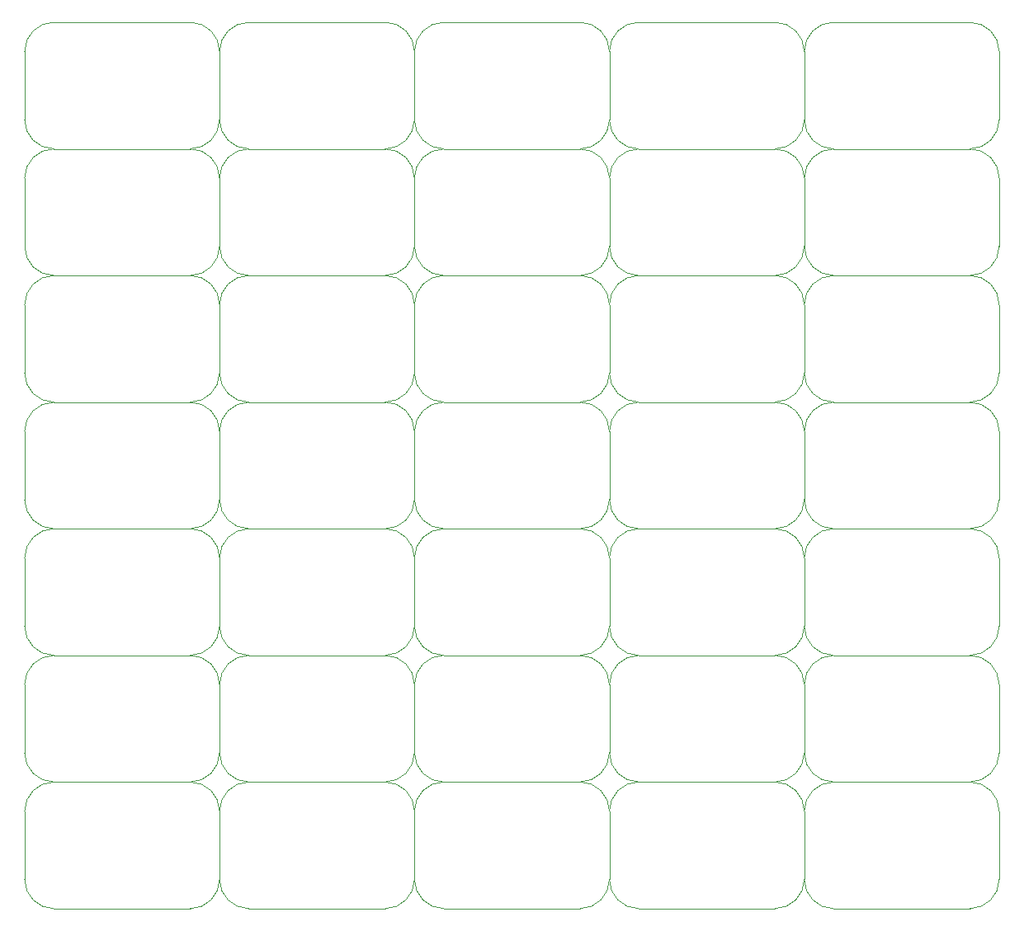
<source format=gbr>
G04 #@! TF.GenerationSoftware,KiCad,Pcbnew,(5.1.0-0)*
G04 #@! TF.CreationDate,2019-05-13T15:47:01-05:00*
G04 #@! TF.ProjectId,splitflap-hall-pcb,73706c69-7466-46c6-9170-2d68616c6c2d,rev?*
G04 #@! TF.SameCoordinates,Original*
G04 #@! TF.FileFunction,Profile,NP*
%FSLAX46Y46*%
G04 Gerber Fmt 4.6, Leading zero omitted, Abs format (unit mm)*
G04 Created by KiCad (PCBNEW (5.1.0-0)) date 2019-05-13 15:47:01*
%MOMM*%
%LPD*%
G04 APERTURE LIST*
%ADD10C,0.050000*%
G04 APERTURE END LIST*
D10*
X157000000Y-168000000D02*
X157000000Y-161000000D01*
X137000000Y-168000000D02*
X137000000Y-161000000D01*
X117000000Y-168000000D02*
X117000000Y-161000000D01*
X97000000Y-168000000D02*
X97000000Y-161000000D01*
X77000000Y-168000000D02*
X77000000Y-161000000D01*
X157000000Y-155000000D02*
X157000000Y-148000000D01*
X137000000Y-155000000D02*
X137000000Y-148000000D01*
X117000000Y-155000000D02*
X117000000Y-148000000D01*
X97000000Y-155000000D02*
X97000000Y-148000000D01*
X77000000Y-155000000D02*
X77000000Y-148000000D01*
X157000000Y-142000000D02*
X157000000Y-135000000D01*
X137000000Y-142000000D02*
X137000000Y-135000000D01*
X117000000Y-142000000D02*
X117000000Y-135000000D01*
X97000000Y-142000000D02*
X97000000Y-135000000D01*
X77000000Y-142000000D02*
X77000000Y-135000000D01*
X157000000Y-129000000D02*
X157000000Y-122000000D01*
X137000000Y-129000000D02*
X137000000Y-122000000D01*
X117000000Y-129000000D02*
X117000000Y-122000000D01*
X97000000Y-129000000D02*
X97000000Y-122000000D01*
X77000000Y-129000000D02*
X77000000Y-122000000D01*
X157000000Y-116000000D02*
X157000000Y-109000000D01*
X137000000Y-116000000D02*
X137000000Y-109000000D01*
X117000000Y-116000000D02*
X117000000Y-109000000D01*
X97000000Y-116000000D02*
X97000000Y-109000000D01*
X77000000Y-116000000D02*
X77000000Y-109000000D01*
X157000000Y-103000000D02*
X157000000Y-96000000D01*
X137000000Y-103000000D02*
X137000000Y-96000000D01*
X117000000Y-103000000D02*
X117000000Y-96000000D01*
X97000000Y-103000000D02*
X97000000Y-96000000D01*
X77000000Y-103000000D02*
X77000000Y-96000000D01*
X157000000Y-90000000D02*
X157000000Y-83000000D01*
X137000000Y-90000000D02*
X137000000Y-83000000D01*
X117000000Y-90000000D02*
X117000000Y-83000000D01*
X97000000Y-90000000D02*
X97000000Y-83000000D01*
X160000000Y-158000000D02*
X174000000Y-158000000D01*
X140000000Y-158000000D02*
X154000000Y-158000000D01*
X120000000Y-158000000D02*
X134000000Y-158000000D01*
X100000000Y-158000000D02*
X114000000Y-158000000D01*
X80000000Y-158000000D02*
X94000000Y-158000000D01*
X160000000Y-145000000D02*
X174000000Y-145000000D01*
X140000000Y-145000000D02*
X154000000Y-145000000D01*
X120000000Y-145000000D02*
X134000000Y-145000000D01*
X100000000Y-145000000D02*
X114000000Y-145000000D01*
X80000000Y-145000000D02*
X94000000Y-145000000D01*
X160000000Y-132000000D02*
X174000000Y-132000000D01*
X140000000Y-132000000D02*
X154000000Y-132000000D01*
X120000000Y-132000000D02*
X134000000Y-132000000D01*
X100000000Y-132000000D02*
X114000000Y-132000000D01*
X80000000Y-132000000D02*
X94000000Y-132000000D01*
X160000000Y-119000000D02*
X174000000Y-119000000D01*
X140000000Y-119000000D02*
X154000000Y-119000000D01*
X120000000Y-119000000D02*
X134000000Y-119000000D01*
X100000000Y-119000000D02*
X114000000Y-119000000D01*
X80000000Y-119000000D02*
X94000000Y-119000000D01*
X160000000Y-106000000D02*
X174000000Y-106000000D01*
X140000000Y-106000000D02*
X154000000Y-106000000D01*
X120000000Y-106000000D02*
X134000000Y-106000000D01*
X100000000Y-106000000D02*
X114000000Y-106000000D01*
X80000000Y-106000000D02*
X94000000Y-106000000D01*
X160000000Y-93000000D02*
X174000000Y-93000000D01*
X140000000Y-93000000D02*
X154000000Y-93000000D01*
X120000000Y-93000000D02*
X134000000Y-93000000D01*
X100000000Y-93000000D02*
X114000000Y-93000000D01*
X80000000Y-93000000D02*
X94000000Y-93000000D01*
X160000000Y-80000000D02*
X174000000Y-80000000D01*
X140000000Y-80000000D02*
X154000000Y-80000000D01*
X120000000Y-80000000D02*
X134000000Y-80000000D01*
X100000000Y-80000000D02*
X114000000Y-80000000D01*
X174000000Y-171000000D02*
X160000000Y-171000000D01*
X154000000Y-171000000D02*
X140000000Y-171000000D01*
X134000000Y-171000000D02*
X120000000Y-171000000D01*
X114000000Y-171000000D02*
X100000000Y-171000000D01*
X94000000Y-171000000D02*
X80000000Y-171000000D01*
X174000000Y-158000000D02*
X160000000Y-158000000D01*
X154000000Y-158000000D02*
X140000000Y-158000000D01*
X134000000Y-158000000D02*
X120000000Y-158000000D01*
X114000000Y-158000000D02*
X100000000Y-158000000D01*
X94000000Y-158000000D02*
X80000000Y-158000000D01*
X174000000Y-145000000D02*
X160000000Y-145000000D01*
X154000000Y-145000000D02*
X140000000Y-145000000D01*
X134000000Y-145000000D02*
X120000000Y-145000000D01*
X114000000Y-145000000D02*
X100000000Y-145000000D01*
X94000000Y-145000000D02*
X80000000Y-145000000D01*
X174000000Y-132000000D02*
X160000000Y-132000000D01*
X154000000Y-132000000D02*
X140000000Y-132000000D01*
X134000000Y-132000000D02*
X120000000Y-132000000D01*
X114000000Y-132000000D02*
X100000000Y-132000000D01*
X94000000Y-132000000D02*
X80000000Y-132000000D01*
X174000000Y-119000000D02*
X160000000Y-119000000D01*
X154000000Y-119000000D02*
X140000000Y-119000000D01*
X134000000Y-119000000D02*
X120000000Y-119000000D01*
X114000000Y-119000000D02*
X100000000Y-119000000D01*
X94000000Y-119000000D02*
X80000000Y-119000000D01*
X174000000Y-106000000D02*
X160000000Y-106000000D01*
X154000000Y-106000000D02*
X140000000Y-106000000D01*
X134000000Y-106000000D02*
X120000000Y-106000000D01*
X114000000Y-106000000D02*
X100000000Y-106000000D01*
X94000000Y-106000000D02*
X80000000Y-106000000D01*
X174000000Y-93000000D02*
X160000000Y-93000000D01*
X154000000Y-93000000D02*
X140000000Y-93000000D01*
X134000000Y-93000000D02*
X120000000Y-93000000D01*
X114000000Y-93000000D02*
X100000000Y-93000000D01*
X177000000Y-168000000D02*
X177000000Y-161000000D01*
X157000000Y-168000000D02*
X157000000Y-161000000D01*
X137000000Y-168000000D02*
X137000000Y-161000000D01*
X117000000Y-168000000D02*
X117000000Y-161000000D01*
X97000000Y-168000000D02*
X97000000Y-161000000D01*
X177000000Y-155000000D02*
X177000000Y-148000000D01*
X157000000Y-155000000D02*
X157000000Y-148000000D01*
X137000000Y-155000000D02*
X137000000Y-148000000D01*
X117000000Y-155000000D02*
X117000000Y-148000000D01*
X97000000Y-155000000D02*
X97000000Y-148000000D01*
X177000000Y-142000000D02*
X177000000Y-135000000D01*
X157000000Y-142000000D02*
X157000000Y-135000000D01*
X137000000Y-142000000D02*
X137000000Y-135000000D01*
X117000000Y-142000000D02*
X117000000Y-135000000D01*
X97000000Y-142000000D02*
X97000000Y-135000000D01*
X177000000Y-129000000D02*
X177000000Y-122000000D01*
X157000000Y-129000000D02*
X157000000Y-122000000D01*
X137000000Y-129000000D02*
X137000000Y-122000000D01*
X117000000Y-129000000D02*
X117000000Y-122000000D01*
X97000000Y-129000000D02*
X97000000Y-122000000D01*
X177000000Y-116000000D02*
X177000000Y-109000000D01*
X157000000Y-116000000D02*
X157000000Y-109000000D01*
X137000000Y-116000000D02*
X137000000Y-109000000D01*
X117000000Y-116000000D02*
X117000000Y-109000000D01*
X97000000Y-116000000D02*
X97000000Y-109000000D01*
X177000000Y-103000000D02*
X177000000Y-96000000D01*
X157000000Y-103000000D02*
X157000000Y-96000000D01*
X137000000Y-103000000D02*
X137000000Y-96000000D01*
X117000000Y-103000000D02*
X117000000Y-96000000D01*
X97000000Y-103000000D02*
X97000000Y-96000000D01*
X177000000Y-90000000D02*
X177000000Y-83000000D01*
X157000000Y-90000000D02*
X157000000Y-83000000D01*
X137000000Y-90000000D02*
X137000000Y-83000000D01*
X117000000Y-90000000D02*
X117000000Y-83000000D01*
X160000000Y-158000000D02*
G75*
G03X157000000Y-161000000I0J-3000000D01*
G01*
X140000000Y-158000000D02*
G75*
G03X137000000Y-161000000I0J-3000000D01*
G01*
X120000000Y-158000000D02*
G75*
G03X117000000Y-161000000I0J-3000000D01*
G01*
X100000000Y-158000000D02*
G75*
G03X97000000Y-161000000I0J-3000000D01*
G01*
X80000000Y-158000000D02*
G75*
G03X77000000Y-161000000I0J-3000000D01*
G01*
X160000000Y-145000000D02*
G75*
G03X157000000Y-148000000I0J-3000000D01*
G01*
X140000000Y-145000000D02*
G75*
G03X137000000Y-148000000I0J-3000000D01*
G01*
X120000000Y-145000000D02*
G75*
G03X117000000Y-148000000I0J-3000000D01*
G01*
X100000000Y-145000000D02*
G75*
G03X97000000Y-148000000I0J-3000000D01*
G01*
X80000000Y-145000000D02*
G75*
G03X77000000Y-148000000I0J-3000000D01*
G01*
X160000000Y-132000000D02*
G75*
G03X157000000Y-135000000I0J-3000000D01*
G01*
X140000000Y-132000000D02*
G75*
G03X137000000Y-135000000I0J-3000000D01*
G01*
X120000000Y-132000000D02*
G75*
G03X117000000Y-135000000I0J-3000000D01*
G01*
X100000000Y-132000000D02*
G75*
G03X97000000Y-135000000I0J-3000000D01*
G01*
X80000000Y-132000000D02*
G75*
G03X77000000Y-135000000I0J-3000000D01*
G01*
X160000000Y-119000000D02*
G75*
G03X157000000Y-122000000I0J-3000000D01*
G01*
X140000000Y-119000000D02*
G75*
G03X137000000Y-122000000I0J-3000000D01*
G01*
X120000000Y-119000000D02*
G75*
G03X117000000Y-122000000I0J-3000000D01*
G01*
X100000000Y-119000000D02*
G75*
G03X97000000Y-122000000I0J-3000000D01*
G01*
X80000000Y-119000000D02*
G75*
G03X77000000Y-122000000I0J-3000000D01*
G01*
X160000000Y-106000000D02*
G75*
G03X157000000Y-109000000I0J-3000000D01*
G01*
X140000000Y-106000000D02*
G75*
G03X137000000Y-109000000I0J-3000000D01*
G01*
X120000000Y-106000000D02*
G75*
G03X117000000Y-109000000I0J-3000000D01*
G01*
X100000000Y-106000000D02*
G75*
G03X97000000Y-109000000I0J-3000000D01*
G01*
X80000000Y-106000000D02*
G75*
G03X77000000Y-109000000I0J-3000000D01*
G01*
X160000000Y-93000000D02*
G75*
G03X157000000Y-96000000I0J-3000000D01*
G01*
X140000000Y-93000000D02*
G75*
G03X137000000Y-96000000I0J-3000000D01*
G01*
X120000000Y-93000000D02*
G75*
G03X117000000Y-96000000I0J-3000000D01*
G01*
X100000000Y-93000000D02*
G75*
G03X97000000Y-96000000I0J-3000000D01*
G01*
X80000000Y-93000000D02*
G75*
G03X77000000Y-96000000I0J-3000000D01*
G01*
X160000000Y-80000000D02*
G75*
G03X157000000Y-83000000I0J-3000000D01*
G01*
X140000000Y-80000000D02*
G75*
G03X137000000Y-83000000I0J-3000000D01*
G01*
X120000000Y-80000000D02*
G75*
G03X117000000Y-83000000I0J-3000000D01*
G01*
X100000000Y-80000000D02*
G75*
G03X97000000Y-83000000I0J-3000000D01*
G01*
X177000000Y-161000000D02*
G75*
G03X174000000Y-158000000I-3000000J0D01*
G01*
X157000000Y-161000000D02*
G75*
G03X154000000Y-158000000I-3000000J0D01*
G01*
X137000000Y-161000000D02*
G75*
G03X134000000Y-158000000I-3000000J0D01*
G01*
X117000000Y-161000000D02*
G75*
G03X114000000Y-158000000I-3000000J0D01*
G01*
X97000000Y-161000000D02*
G75*
G03X94000000Y-158000000I-3000000J0D01*
G01*
X177000000Y-148000000D02*
G75*
G03X174000000Y-145000000I-3000000J0D01*
G01*
X157000000Y-148000000D02*
G75*
G03X154000000Y-145000000I-3000000J0D01*
G01*
X137000000Y-148000000D02*
G75*
G03X134000000Y-145000000I-3000000J0D01*
G01*
X117000000Y-148000000D02*
G75*
G03X114000000Y-145000000I-3000000J0D01*
G01*
X97000000Y-148000000D02*
G75*
G03X94000000Y-145000000I-3000000J0D01*
G01*
X177000000Y-135000000D02*
G75*
G03X174000000Y-132000000I-3000000J0D01*
G01*
X157000000Y-135000000D02*
G75*
G03X154000000Y-132000000I-3000000J0D01*
G01*
X137000000Y-135000000D02*
G75*
G03X134000000Y-132000000I-3000000J0D01*
G01*
X117000000Y-135000000D02*
G75*
G03X114000000Y-132000000I-3000000J0D01*
G01*
X97000000Y-135000000D02*
G75*
G03X94000000Y-132000000I-3000000J0D01*
G01*
X177000000Y-122000000D02*
G75*
G03X174000000Y-119000000I-3000000J0D01*
G01*
X157000000Y-122000000D02*
G75*
G03X154000000Y-119000000I-3000000J0D01*
G01*
X137000000Y-122000000D02*
G75*
G03X134000000Y-119000000I-3000000J0D01*
G01*
X117000000Y-122000000D02*
G75*
G03X114000000Y-119000000I-3000000J0D01*
G01*
X97000000Y-122000000D02*
G75*
G03X94000000Y-119000000I-3000000J0D01*
G01*
X177000000Y-109000000D02*
G75*
G03X174000000Y-106000000I-3000000J0D01*
G01*
X157000000Y-109000000D02*
G75*
G03X154000000Y-106000000I-3000000J0D01*
G01*
X137000000Y-109000000D02*
G75*
G03X134000000Y-106000000I-3000000J0D01*
G01*
X117000000Y-109000000D02*
G75*
G03X114000000Y-106000000I-3000000J0D01*
G01*
X97000000Y-109000000D02*
G75*
G03X94000000Y-106000000I-3000000J0D01*
G01*
X177000000Y-96000000D02*
G75*
G03X174000000Y-93000000I-3000000J0D01*
G01*
X157000000Y-96000000D02*
G75*
G03X154000000Y-93000000I-3000000J0D01*
G01*
X137000000Y-96000000D02*
G75*
G03X134000000Y-93000000I-3000000J0D01*
G01*
X117000000Y-96000000D02*
G75*
G03X114000000Y-93000000I-3000000J0D01*
G01*
X97000000Y-96000000D02*
G75*
G03X94000000Y-93000000I-3000000J0D01*
G01*
X177000000Y-83000000D02*
G75*
G03X174000000Y-80000000I-3000000J0D01*
G01*
X157000000Y-83000000D02*
G75*
G03X154000000Y-80000000I-3000000J0D01*
G01*
X137000000Y-83000000D02*
G75*
G03X134000000Y-80000000I-3000000J0D01*
G01*
X117000000Y-83000000D02*
G75*
G03X114000000Y-80000000I-3000000J0D01*
G01*
X157000000Y-168000000D02*
G75*
G03X160000000Y-171000000I3000000J0D01*
G01*
X137000000Y-168000000D02*
G75*
G03X140000000Y-171000000I3000000J0D01*
G01*
X117000000Y-168000000D02*
G75*
G03X120000000Y-171000000I3000000J0D01*
G01*
X97000000Y-168000000D02*
G75*
G03X100000000Y-171000000I3000000J0D01*
G01*
X77000000Y-168000000D02*
G75*
G03X80000000Y-171000000I3000000J0D01*
G01*
X157000000Y-155000000D02*
G75*
G03X160000000Y-158000000I3000000J0D01*
G01*
X137000000Y-155000000D02*
G75*
G03X140000000Y-158000000I3000000J0D01*
G01*
X117000000Y-155000000D02*
G75*
G03X120000000Y-158000000I3000000J0D01*
G01*
X97000000Y-155000000D02*
G75*
G03X100000000Y-158000000I3000000J0D01*
G01*
X77000000Y-155000000D02*
G75*
G03X80000000Y-158000000I3000000J0D01*
G01*
X157000000Y-142000000D02*
G75*
G03X160000000Y-145000000I3000000J0D01*
G01*
X137000000Y-142000000D02*
G75*
G03X140000000Y-145000000I3000000J0D01*
G01*
X117000000Y-142000000D02*
G75*
G03X120000000Y-145000000I3000000J0D01*
G01*
X97000000Y-142000000D02*
G75*
G03X100000000Y-145000000I3000000J0D01*
G01*
X77000000Y-142000000D02*
G75*
G03X80000000Y-145000000I3000000J0D01*
G01*
X157000000Y-129000000D02*
G75*
G03X160000000Y-132000000I3000000J0D01*
G01*
X137000000Y-129000000D02*
G75*
G03X140000000Y-132000000I3000000J0D01*
G01*
X117000000Y-129000000D02*
G75*
G03X120000000Y-132000000I3000000J0D01*
G01*
X97000000Y-129000000D02*
G75*
G03X100000000Y-132000000I3000000J0D01*
G01*
X77000000Y-129000000D02*
G75*
G03X80000000Y-132000000I3000000J0D01*
G01*
X157000000Y-116000000D02*
G75*
G03X160000000Y-119000000I3000000J0D01*
G01*
X137000000Y-116000000D02*
G75*
G03X140000000Y-119000000I3000000J0D01*
G01*
X117000000Y-116000000D02*
G75*
G03X120000000Y-119000000I3000000J0D01*
G01*
X97000000Y-116000000D02*
G75*
G03X100000000Y-119000000I3000000J0D01*
G01*
X77000000Y-116000000D02*
G75*
G03X80000000Y-119000000I3000000J0D01*
G01*
X157000000Y-103000000D02*
G75*
G03X160000000Y-106000000I3000000J0D01*
G01*
X137000000Y-103000000D02*
G75*
G03X140000000Y-106000000I3000000J0D01*
G01*
X117000000Y-103000000D02*
G75*
G03X120000000Y-106000000I3000000J0D01*
G01*
X97000000Y-103000000D02*
G75*
G03X100000000Y-106000000I3000000J0D01*
G01*
X77000000Y-103000000D02*
G75*
G03X80000000Y-106000000I3000000J0D01*
G01*
X157000000Y-90000000D02*
G75*
G03X160000000Y-93000000I3000000J0D01*
G01*
X137000000Y-90000000D02*
G75*
G03X140000000Y-93000000I3000000J0D01*
G01*
X117000000Y-90000000D02*
G75*
G03X120000000Y-93000000I3000000J0D01*
G01*
X97000000Y-90000000D02*
G75*
G03X100000000Y-93000000I3000000J0D01*
G01*
X174000000Y-171000000D02*
G75*
G03X177000000Y-168000000I0J3000000D01*
G01*
X154000000Y-171000000D02*
G75*
G03X157000000Y-168000000I0J3000000D01*
G01*
X134000000Y-171000000D02*
G75*
G03X137000000Y-168000000I0J3000000D01*
G01*
X114000000Y-171000000D02*
G75*
G03X117000000Y-168000000I0J3000000D01*
G01*
X94000000Y-171000000D02*
G75*
G03X97000000Y-168000000I0J3000000D01*
G01*
X174000000Y-158000000D02*
G75*
G03X177000000Y-155000000I0J3000000D01*
G01*
X154000000Y-158000000D02*
G75*
G03X157000000Y-155000000I0J3000000D01*
G01*
X134000000Y-158000000D02*
G75*
G03X137000000Y-155000000I0J3000000D01*
G01*
X114000000Y-158000000D02*
G75*
G03X117000000Y-155000000I0J3000000D01*
G01*
X94000000Y-158000000D02*
G75*
G03X97000000Y-155000000I0J3000000D01*
G01*
X174000000Y-145000000D02*
G75*
G03X177000000Y-142000000I0J3000000D01*
G01*
X154000000Y-145000000D02*
G75*
G03X157000000Y-142000000I0J3000000D01*
G01*
X134000000Y-145000000D02*
G75*
G03X137000000Y-142000000I0J3000000D01*
G01*
X114000000Y-145000000D02*
G75*
G03X117000000Y-142000000I0J3000000D01*
G01*
X94000000Y-145000000D02*
G75*
G03X97000000Y-142000000I0J3000000D01*
G01*
X174000000Y-132000000D02*
G75*
G03X177000000Y-129000000I0J3000000D01*
G01*
X154000000Y-132000000D02*
G75*
G03X157000000Y-129000000I0J3000000D01*
G01*
X134000000Y-132000000D02*
G75*
G03X137000000Y-129000000I0J3000000D01*
G01*
X114000000Y-132000000D02*
G75*
G03X117000000Y-129000000I0J3000000D01*
G01*
X94000000Y-132000000D02*
G75*
G03X97000000Y-129000000I0J3000000D01*
G01*
X174000000Y-119000000D02*
G75*
G03X177000000Y-116000000I0J3000000D01*
G01*
X154000000Y-119000000D02*
G75*
G03X157000000Y-116000000I0J3000000D01*
G01*
X134000000Y-119000000D02*
G75*
G03X137000000Y-116000000I0J3000000D01*
G01*
X114000000Y-119000000D02*
G75*
G03X117000000Y-116000000I0J3000000D01*
G01*
X94000000Y-119000000D02*
G75*
G03X97000000Y-116000000I0J3000000D01*
G01*
X174000000Y-106000000D02*
G75*
G03X177000000Y-103000000I0J3000000D01*
G01*
X154000000Y-106000000D02*
G75*
G03X157000000Y-103000000I0J3000000D01*
G01*
X134000000Y-106000000D02*
G75*
G03X137000000Y-103000000I0J3000000D01*
G01*
X114000000Y-106000000D02*
G75*
G03X117000000Y-103000000I0J3000000D01*
G01*
X94000000Y-106000000D02*
G75*
G03X97000000Y-103000000I0J3000000D01*
G01*
X174000000Y-93000000D02*
G75*
G03X177000000Y-90000000I0J3000000D01*
G01*
X154000000Y-93000000D02*
G75*
G03X157000000Y-90000000I0J3000000D01*
G01*
X134000000Y-93000000D02*
G75*
G03X137000000Y-90000000I0J3000000D01*
G01*
X114000000Y-93000000D02*
G75*
G03X117000000Y-90000000I0J3000000D01*
G01*
X94000000Y-93000000D02*
G75*
G03X97000000Y-90000000I0J3000000D01*
G01*
X77000000Y-90000000D02*
G75*
G03X80000000Y-93000000I3000000J0D01*
G01*
X97000000Y-83000000D02*
G75*
G03X94000000Y-80000000I-3000000J0D01*
G01*
X80000000Y-80000000D02*
G75*
G03X77000000Y-83000000I0J-3000000D01*
G01*
X97000000Y-90000000D02*
X97000000Y-83000000D01*
X94000000Y-93000000D02*
X80000000Y-93000000D01*
X80000000Y-80000000D02*
X94000000Y-80000000D01*
X77000000Y-90000000D02*
X77000000Y-83000000D01*
M02*

</source>
